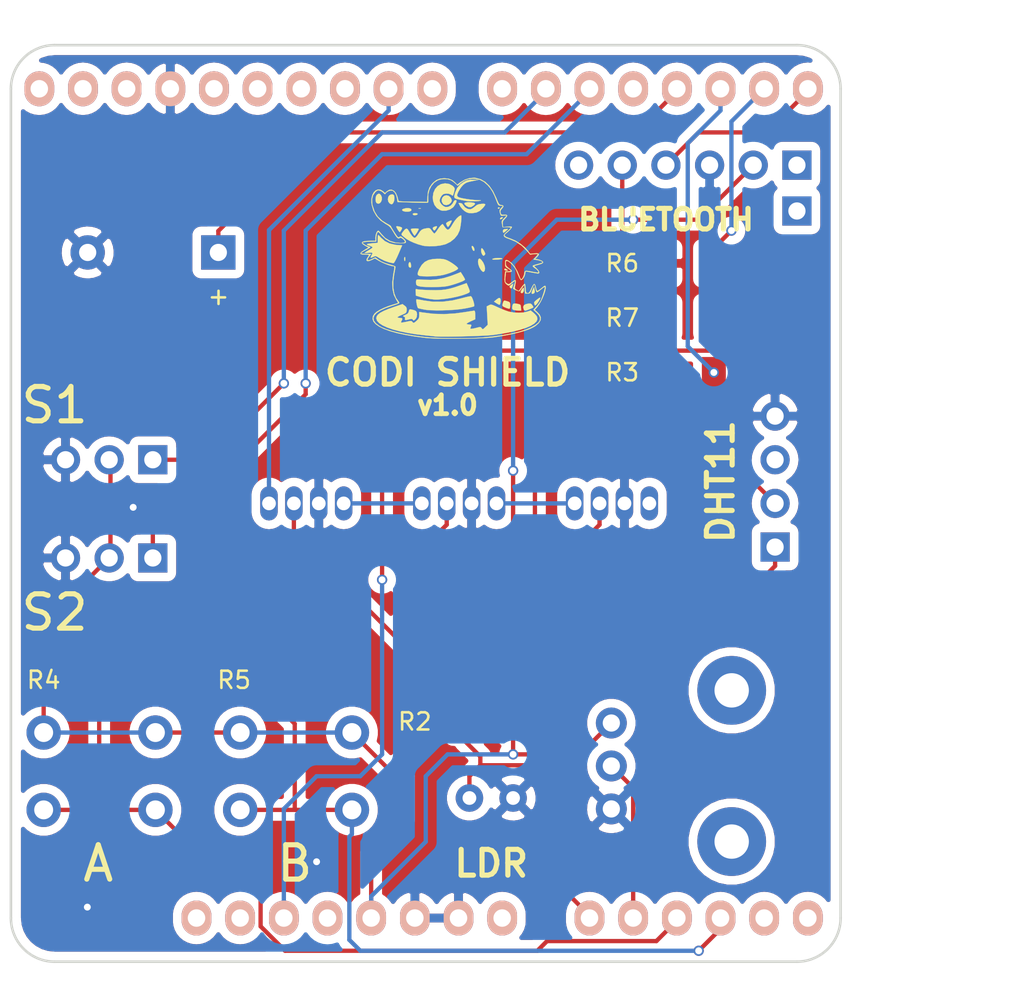
<source format=kicad_pcb>
(kicad_pcb (version 20171130) (host pcbnew 5.1.4-e60b266~84~ubuntu18.04.1)
  (title_block (date "lun. 30 mars 2015"))
  (layers (0 F.Cu signal) (31 B.Cu signal) (34 B.Paste user) (35 F.Paste user) (36 B.SilkS user) (37 F.SilkS user) (38 B.Mask user) (39 F.Mask user) (44 Edge.Cuts user))
  (net 0 "")
  (net 1 /Reset)
  (net 2 +5V)
  (net 3 GND)
  (net 4 /A0)
  (net 5 /A1)
  (net 6 /A2)
  (net 7 /A3)
  (net 8 "/A4(SDA)")
  (net 9 "/A5(SCL)")
  (net 10 "/9(**)")
  (net 11 "/6(**)")
  (net 12 "/5(**)")
  (net 13 "/3(**)")
  (net 14 /2)
  (net 15 "/1(Tx)")
  (net 16 "/0(Rx)")
  (net 17 "Net-(J4-Pad5)")
  (net 18 "Net-(LED1-Pad4)")
  (net 19 "Net-(LED2-Pad4)")
  (module Codi-Arduino-Shield:cody-arduino (layer F.Cu) (at 144.018 100.33)
    (fp_text reference Ref** hide)
    (fp_text value Val** hide)
  )
  (module Buzzer_Beeper:Buzzer_12x9.5RM7.6 (layer F.Cu) (at 124.968 85.09 180)
    (fp_text reference BZ1 hide)
    (fp_text value Buzzer)
    (fp_text user + (at -0.01 -2.54) (layer F.SilkS))
    (pad 1 thru_hole rect (at 0 0 180) (size 2 2) (drill 1) (layers *.Cu *.Mask) (net 13 "/3(**)"))
    (pad 2 thru_hole circle (at 7.6 0 180) (size 2 2) (drill 1) (layers *.Cu *.Mask) (net 3 GND))
  )
  (module Socket_Arduino_Uno:PL9823 (layer F.Cu) (at 130.048 99.695)
    (fp_text reference LED1)
    (fp_text value PL9823)
    (pad 4 thru_hole oval (at 2.2098 0) (size 1.016 1.9812) (drill 0.8) (layers *.Cu *.Mask) (net 18 "Net-(LED1-Pad4)"))
    (pad 3 thru_hole oval (at 0.762 0) (size 1.016 1.9812) (drill 0.8) (layers *.Cu *.Mask) (net 3 GND))
    (pad 2 thru_hole oval (at -0.6858 0) (size 1.016 1.9812) (drill 0.8) (layers *.Cu *.Mask) (net 2 +5V))
    (pad 1 thru_hole oval (at -2.1336 0) (size 1.016 1.9812) (drill 0.8) (layers *.Cu *.Mask) (net 10 "/9(**)"))
  )
  (module Socket_Arduino_Uno:PL9823 (layer F.Cu) (at 138.938 99.695)
    (fp_text reference LED2)
    (fp_text value PL9823)
    (pad 1 thru_hole oval (at -2.1336 0) (size 1.016 1.9812) (drill 0.8) (layers *.Cu *.Mask) (net 18 "Net-(LED1-Pad4)"))
    (pad 2 thru_hole oval (at -0.6858 0) (size 1.016 1.9812) (drill 0.8) (layers *.Cu *.Mask) (net 2 +5V))
    (pad 3 thru_hole oval (at 0.762 0) (size 1.016 1.9812) (drill 0.8) (layers *.Cu *.Mask) (net 3 GND))
    (pad 4 thru_hole oval (at 2.2098 0) (size 1.016 1.9812) (drill 0.8) (layers *.Cu *.Mask) (net 19 "Net-(LED2-Pad4)"))
  )
  (module Socket_Arduino_Uno:PL9823 (layer F.Cu) (at 147.828 99.695)
    (fp_text reference LED3)
    (fp_text value PL9823)
    (pad 1 thru_hole oval (at -2.1336 0) (size 1.016 1.9812) (drill 0.8) (layers *.Cu *.Mask) (net 19 "Net-(LED2-Pad4)"))
    (pad 2 thru_hole oval (at -0.6858 0) (size 1.016 1.9812) (drill 0.8) (layers *.Cu *.Mask) (net 2 +5V))
    (pad 3 thru_hole oval (at 0.762 0) (size 1.016 1.9812) (drill 0.8) (layers *.Cu *.Mask) (net 3 GND))
    (pad 4 thru_hole oval (at 2.2098 0) (size 1.016 1.9812) (drill 0.8) (layers *.Cu *.Mask))
  )
  (module Resistor_SMD:R_1206_3216Metric_Pad1.39x1.80mm_HandSolder (layer F.Cu) (at 152.273 92.075 180)
    (fp_text reference R3 (at 3.81 0 180) (layer F.SilkS))
    (fp_text value 10k)
    (pad 1 smd rect (at -1.5175 0 180) (size 1.395 1.8) (layers F.Cu F.Paste F.Mask) (net 14 /2))
    (pad 2 smd rect (at 1.5175 0 180) (size 1.395 1.8) (layers F.Cu F.Paste F.Mask) (net 2 +5V))
  )
  (module Resistor_SMD:R_1206_3216Metric_Pad1.39x1.80mm_HandSolder (layer F.Cu) (at 152.273 88.9 180)
    (fp_text reference R7 (at 3.81 0 180) (layer F.SilkS))
    (fp_text value 1k)
    (pad 2 smd rect (at 1.5175 0 180) (size 1.395 1.8) (layers F.Cu F.Paste F.Mask) (net 17 "Net-(J4-Pad5)"))
    (pad 1 smd rect (at -1.5175 0 180) (size 1.395 1.8) (layers F.Cu F.Paste F.Mask) (net 15 "/1(Tx)"))
  )
  (module Resistor_SMD:R_1206_3216Metric_Pad1.39x1.80mm_HandSolder (layer F.Cu) (at 152.273 85.725 180)
    (fp_text reference R6 (at 3.81 0 180) (layer F.SilkS))
    (fp_text value 2k)
    (pad 1 smd rect (at -1.5175 0 180) (size 1.395 1.8) (layers F.Cu F.Paste F.Mask) (net 15 "/1(Tx)"))
    (pad 2 smd rect (at 1.5175 0 180) (size 1.395 1.8) (layers F.Cu F.Paste F.Mask) (net 3 GND))
  )
  (module Connector_PinHeader_2.54mm:PinHeader_1x04_P2.54mm_Vertical (layer F.Cu) (at 157.353 102.235 180)
    (fp_text reference J1)
    (fp_text value CONN_01X04)
    (pad 1 thru_hole rect (at 0 0 180) (size 1.7 1.7) (drill 1) (layers *.Cu *.Mask) (net 2 +5V))
    (pad 2 thru_hole oval (at 0 2.54 180) (size 1.7 1.7) (drill 1) (layers *.Cu *.Mask) (net 14 /2))
    (pad 3 thru_hole oval (at 0 5.08 180) (size 1.7 1.7) (drill 1) (layers *.Cu *.Mask))
    (pad 4 thru_hole oval (at 0 7.62 180) (size 1.7 1.7) (drill 1) (layers *.Cu *.Mask) (net 3 GND))
  )
  (module Potentiometer_THT:Potentiometer_Bourns_PTV09A-1_Single_Vertical (layer F.Cu) (at 147.828 117.475)
    (fp_text reference RV1)
    (fp_text value POT)
    (pad 3 thru_hole circle (at 0 -5) (size 1.8 1.8) (drill 1) (layers *.Cu *.Mask) (net 2 +5V))
    (pad 2 thru_hole circle (at 0 -2.5) (size 1.8 1.8) (drill 1) (layers *.Cu *.Mask) (net 5 /A1))
    (pad 1 thru_hole circle (at 0 0) (size 1.8 1.8) (drill 1) (layers *.Cu *.Mask) (net 3 GND))
    (pad "" np_thru_hole circle (at 7 -6.9) (size 4 4) (drill 2) (layers *.Cu *.Mask))
    (pad "" np_thru_hole circle (at 7 1.9) (size 4 4) (drill 2) (layers *.Cu *.Mask))
  )
  (module Resistor_SMD:R_1206_3216Metric_Pad1.39x1.80mm_HandSolder (layer F.Cu) (at 140.843 112.395 180)
    (fp_text reference R2 (at 4.445 0 180) (layer F.SilkS))
    (fp_text value 10k)
    (pad 2 smd rect (at 1.5175 0 180) (size 1.395 1.8) (layers F.Cu F.Paste F.Mask) (net 4 /A0))
    (pad 1 smd rect (at -1.5175 0 180) (size 1.395 1.8) (layers F.Cu F.Paste F.Mask) (net 2 +5V))
  )
  (module OptoDevice:R_LDR_4.9x4.2mm_P2.54mm_Vertical (layer F.Cu) (at 139.573 116.84)
    (fp_text reference LDR (at 1.27 3.81) (layer F.SilkS) (effects (font (size 1.5 1.5) (thickness 0.3))))
    (fp_text value RES_PHOTO_LDR)
    (pad 1 thru_hole circle (at 0 0) (size 1.6 1.6) (drill 0.8) (layers *.Cu *.Mask) (net 4 /A0))
    (pad 2 thru_hole circle (at 2.54 0) (size 1.6 1.6) (drill 0.8) (layers *.Cu *.Mask) (net 3 GND))
  )
  (module Resistor_SMD:R_1206_3216Metric_Pad1.39x1.80mm_HandSolder (layer F.Cu) (at 129.413 109.855 180)
    (fp_text reference R5 (at 3.528333 -0.120001 180) (layer F.SilkS))
    (fp_text value 330)
    (pad 1 smd rect (at -1.5175 0 180) (size 1.395 1.8) (layers F.Cu F.Paste F.Mask) (net 3 GND))
    (pad 2 smd rect (at 1.5175 0 180) (size 1.395 1.8) (layers F.Cu F.Paste F.Mask) (net 7 /A3))
  )
  (module Button_Switch_THT:SW_PUSH_6mm (layer F.Cu) (at 126.238 113.03)
    (fp_text reference SW2)
    (fp_text value SW_Push)
    (pad 2 thru_hole circle (at 0 4.5 90) (size 2 2) (drill 1.1) (layers *.Cu *.Mask) (net 7 /A3))
    (pad 1 thru_hole circle (at 0 0 90) (size 2 2) (drill 1.1) (layers *.Cu *.Mask) (net 2 +5V))
    (pad 2 thru_hole circle (at 6.5 4.5 90) (size 2 2) (drill 1.1) (layers *.Cu *.Mask) (net 7 /A3))
    (pad 1 thru_hole circle (at 6.5 0 90) (size 2 2) (drill 1.1) (layers *.Cu *.Mask) (net 2 +5V))
  )
  (module Button_Switch_THT:SW_PUSH_6mm (layer F.Cu) (at 114.808 113.03)
    (fp_text reference SW1)
    (fp_text value SW_Push)
    (pad 1 thru_hole circle (at 6.5 0 90) (size 2 2) (drill 1.1) (layers *.Cu *.Mask) (net 2 +5V))
    (pad 2 thru_hole circle (at 6.5 4.5 90) (size 2 2) (drill 1.1) (layers *.Cu *.Mask) (net 6 /A2))
    (pad 1 thru_hole circle (at 0 0 90) (size 2 2) (drill 1.1) (layers *.Cu *.Mask) (net 2 +5V))
    (pad 2 thru_hole circle (at 0 4.5 90) (size 2 2) (drill 1.1) (layers *.Cu *.Mask) (net 6 /A2))
  )
  (module Resistor_SMD:R_1206_3216Metric_Pad1.39x1.80mm_HandSolder (layer F.Cu) (at 118.521335 109.855 180)
    (fp_text reference R4 (at 3.713335 -0.120001 180) (layer F.SilkS))
    (fp_text value 330)
    (pad 2 smd rect (at 1.5175 0 180) (size 1.395 1.8) (layers F.Cu F.Paste F.Mask) (net 6 /A2))
    (pad 1 smd rect (at -1.5175 0 180) (size 1.395 1.8) (layers F.Cu F.Paste F.Mask) (net 3 GND))
  )
  (module Connector_PinHeader_2.54mm:PinHeader_1x03_P2.54mm_Vertical (layer F.Cu) (at 121.158 102.87 270)
    (fp_text reference J2)
    (fp_text value CONN_01X03)
    (pad 1 thru_hole rect (at 0 0 270) (size 1.7 1.7) (drill 1) (layers *.Cu *.Mask) (net 12 "/5(**)"))
    (pad 2 thru_hole oval (at 0 2.54 270) (size 1.7 1.7) (drill 1) (layers *.Cu *.Mask) (net 2 +5V))
    (pad 3 thru_hole oval (at 0 5.08 270) (size 1.7 1.7) (drill 1) (layers *.Cu *.Mask) (net 3 GND))
  )
  (module Connector_PinHeader_2.54mm:PinHeader_1x03_P2.54mm_Vertical (layer F.Cu) (at 121.158 97.155 270)
    (fp_text reference J3)
    (fp_text value CONN_01X03)
    (pad 3 thru_hole oval (at 0 5.08 270) (size 1.7 1.7) (drill 1) (layers *.Cu *.Mask) (net 3 GND))
    (pad 2 thru_hole oval (at 0 2.54 270) (size 1.7 1.7) (drill 1) (layers *.Cu *.Mask) (net 2 +5V))
    (pad 1 thru_hole rect (at 0 0 270) (size 1.7 1.7) (drill 1) (layers *.Cu *.Mask) (net 11 "/6(**)"))
  )
  (module Connector_PinHeader_2.54mm:PinHeader_1x01_P2.54mm_Vertical (layer F.Cu) (at 158.623 82.677)
    (fp_text reference J5)
    (fp_text value CONN_01X01)
    (pad 1 thru_hole rect (at 0 0) (size 1.7 1.7) (drill 1) (layers *.Cu *.Mask) (net 1 /Reset))
  )
  (module Connector_PinHeader_2.54mm:PinHeader_1x06_P2.54mm_Vertical (layer F.Cu) (at 158.623 80.01 270)
    (fp_text reference J4)
    (fp_text value CONN_01X06)
    (pad 1 thru_hole rect (at 0 0 270) (size 1.7 1.7) (drill 1) (layers *.Cu *.Mask))
    (pad 2 thru_hole oval (at 0 2.54 270) (size 1.7 1.7) (drill 1) (layers *.Cu *.Mask) (net 2 +5V))
    (pad 3 thru_hole oval (at 0 5.08 270) (size 1.7 1.7) (drill 1) (layers *.Cu *.Mask) (net 3 GND))
    (pad 4 thru_hole oval (at 0 7.62 270) (size 1.7 1.7) (drill 1) (layers *.Cu *.Mask) (net 16 "/0(Rx)"))
    (pad 5 thru_hole oval (at 0 10.16 270) (size 1.7 1.7) (drill 1) (layers *.Cu *.Mask) (net 17 "Net-(J4-Pad5)"))
    (pad 6 thru_hole oval (at 0 12.7 270) (size 1.7 1.7) (drill 1) (layers *.Cu *.Mask))
  )
  (module Socket_Arduino_Uno:Socket_Strip_Arduino_1x06 (layer B.Cu) (at 146.558 123.825)
    (fp_text reference P2)
    (fp_text value Analog)
    (pad 1 thru_hole oval (at 0 0) (size 1.7272 2.032) (drill 1.016) (layers *.Cu *.Mask B.SilkS) (net 4 /A0))
    (pad 2 thru_hole oval (at 2.54 0) (size 1.7272 2.032) (drill 1.016) (layers *.Cu *.Mask B.SilkS) (net 5 /A1))
    (pad 3 thru_hole oval (at 5.08 0) (size 1.7272 2.032) (drill 1.016) (layers *.Cu *.Mask B.SilkS) (net 6 /A2))
    (pad 4 thru_hole oval (at 7.62 0) (size 1.7272 2.032) (drill 1.016) (layers *.Cu *.Mask B.SilkS) (net 7 /A3))
    (pad 5 thru_hole oval (at 10.16 0) (size 1.7272 2.032) (drill 1.016) (layers *.Cu *.Mask B.SilkS) (net 8 "/A4(SDA)"))
    (pad 6 thru_hole oval (at 12.7 0) (size 1.7272 2.032) (drill 1.016) (layers *.Cu *.Mask B.SilkS) (net 9 "/A5(SCL)"))
  )
  (module Socket_Arduino_Uno:Socket_Strip_Arduino_1x08 (layer B.Cu) (at 123.698 123.825)
    (fp_text reference P1)
    (fp_text value Power)
    (pad 1 thru_hole oval (at 0 0) (size 1.7272 2.032) (drill 1.016) (layers *.Cu *.Mask B.SilkS))
    (pad 2 thru_hole oval (at 2.54 0) (size 1.7272 2.032) (drill 1.016) (layers *.Cu *.Mask B.SilkS))
    (pad 3 thru_hole oval (at 5.08 0) (size 1.7272 2.032) (drill 1.016) (layers *.Cu *.Mask B.SilkS) (net 1 /Reset))
    (pad 4 thru_hole oval (at 7.62 0) (size 1.7272 2.032) (drill 1.016) (layers *.Cu *.Mask B.SilkS))
    (pad 5 thru_hole oval (at 10.16 0) (size 1.7272 2.032) (drill 1.016) (layers *.Cu *.Mask B.SilkS) (net 2 +5V))
    (pad 6 thru_hole oval (at 12.7 0) (size 1.7272 2.032) (drill 1.016) (layers *.Cu *.Mask B.SilkS) (net 3 GND))
    (pad 7 thru_hole oval (at 15.24 0) (size 1.7272 2.032) (drill 1.016) (layers *.Cu *.Mask B.SilkS) (net 3 GND))
    (pad 8 thru_hole oval (at 17.78 0) (size 1.7272 2.032) (drill 1.016) (layers *.Cu *.Mask B.SilkS))
  )
  (module Socket_Arduino_Uno:Socket_Strip_Arduino_1x10 (layer B.Cu) (at 114.554 75.565)
    (fp_text reference P3)
    (fp_text value Digital)
    (pad 1 thru_hole oval (at 0 0) (size 1.7272 2.032) (drill 1.016) (layers *.Cu *.Mask B.SilkS) (net 9 "/A5(SCL)"))
    (pad 2 thru_hole oval (at 2.54 0) (size 1.7272 2.032) (drill 1.016) (layers *.Cu *.Mask B.SilkS) (net 8 "/A4(SDA)"))
    (pad 3 thru_hole oval (at 5.08 0) (size 1.7272 2.032) (drill 1.016) (layers *.Cu *.Mask B.SilkS))
    (pad 4 thru_hole oval (at 7.62 0) (size 1.7272 2.032) (drill 1.016) (layers *.Cu *.Mask B.SilkS) (net 3 GND))
    (pad 5 thru_hole oval (at 10.16 0) (size 1.7272 2.032) (drill 1.016) (layers *.Cu *.Mask B.SilkS))
    (pad 6 thru_hole oval (at 12.7 0) (size 1.7272 2.032) (drill 1.016) (layers *.Cu *.Mask B.SilkS))
    (pad 7 thru_hole oval (at 15.24 0) (size 1.7272 2.032) (drill 1.016) (layers *.Cu *.Mask B.SilkS))
    (pad 8 thru_hole oval (at 17.78 0) (size 1.7272 2.032) (drill 1.016) (layers *.Cu *.Mask B.SilkS))
    (pad 9 thru_hole oval (at 20.32 0) (size 1.7272 2.032) (drill 1.016) (layers *.Cu *.Mask B.SilkS) (net 10 "/9(**)"))
    (pad 10 thru_hole oval (at 22.86 0) (size 1.7272 2.032) (drill 1.016) (layers *.Cu *.Mask B.SilkS))
  )
  (module Socket_Arduino_Uno:Socket_Strip_Arduino_1x08 (layer B.Cu) (at 141.478 75.565)
    (fp_text reference P4)
    (fp_text value Digital)
    (pad 1 thru_hole oval (at 0 0) (size 1.7272 2.032) (drill 1.016) (layers *.Cu *.Mask B.SilkS))
    (pad 2 thru_hole oval (at 2.54 0) (size 1.7272 2.032) (drill 1.016) (layers *.Cu *.Mask B.SilkS) (net 11 "/6(**)"))
    (pad 3 thru_hole oval (at 5.08 0) (size 1.7272 2.032) (drill 1.016) (layers *.Cu *.Mask B.SilkS) (net 12 "/5(**)"))
    (pad 4 thru_hole oval (at 7.62 0) (size 1.7272 2.032) (drill 1.016) (layers *.Cu *.Mask B.SilkS))
    (pad 5 thru_hole oval (at 10.16 0) (size 1.7272 2.032) (drill 1.016) (layers *.Cu *.Mask B.SilkS) (net 13 "/3(**)"))
    (pad 6 thru_hole oval (at 12.7 0) (size 1.7272 2.032) (drill 1.016) (layers *.Cu *.Mask B.SilkS) (net 14 /2))
    (pad 7 thru_hole oval (at 15.24 0) (size 1.7272 2.032) (drill 1.016) (layers *.Cu *.Mask B.SilkS) (net 15 "/1(Tx)"))
    (pad 8 thru_hole oval (at 17.78 0) (size 1.7272 2.032) (drill 1.016) (layers *.Cu *.Mask B.SilkS) (net 16 "/0(Rx)"))
  )
  (gr_text "CODI SHIELD" (at 138.303 92.075) (layer F.SilkS) (effects (font (size 1.5 1.5) (thickness 0.3))))
  (gr_text v1.0 (at 138.303 93.98) (layer F.SilkS) (effects (font (size 1.1 1.1) (thickness 0.275))))
  (gr_text BLUETOOTH (at 151.003 83.185) (layer F.SilkS) (effects (font (size 1.2 1.2) (thickness 0.3))))
  (gr_text DHT11 (at 154.178 98.425 90) (layer F.SilkS) (effects (font (size 1.5 1.5) (thickness 0.3))))
  (gr_text S2 (at 115.443 106.045) (layer F.SilkS) (effects (font (size 2 2) (thickness 0.3))))
  (gr_text S1 (at 115.443 93.98) (layer F.SilkS) (effects (font (size 2 2) (thickness 0.3))))
  (gr_text B (at 129.413 120.65) (layer F.SilkS) (effects (font (size 2 2) (thickness 0.3))))
  (gr_text A (at 117.983 120.65) (layer F.SilkS) (effects (font (size 2 2) (thickness 0.3))))
  (gr_arc (start 158.623 75.565) (end 161.163 75.565) (angle -90) (layer Edge.Cuts) (width 0.15))
  (gr_arc (start 158.623 123.825) (end 158.623 126.365) (angle -90) (layer Edge.Cuts) (width 0.15))
  (gr_arc (start 115.443 123.825) (end 112.903 123.825) (angle -90) (layer Edge.Cuts) (width 0.15))
  (gr_arc (start 115.443 75.565) (end 115.443 73.025) (angle -90) (layer Edge.Cuts) (width 0.15))
  (gr_line (start 161.163 123.825) (end 161.163 75.565) (angle 90) (layer Edge.Cuts) (width 0.15))
  (gr_line (start 115.443 126.365) (end 158.623 126.365) (angle 90) (layer Edge.Cuts) (width 0.15))
  (gr_line (start 112.903 75.565) (end 112.903 123.825) (angle 90) (layer Edge.Cuts) (width 0.15))
  (gr_line (start 158.623 73.025) (end 115.443 73.025) (angle 90) (layer Edge.Cuts) (width 0.15))
  (segment (start 156.083 86.2916) (end 156.083 89.535) (width 0.25) (layer F.Cu) (net 1))
  (segment (start 156.083 89.535) (end 154.813 90.805) (width 0.25) (layer F.Cu) (net 1))
  (segment (start 154.813 90.805) (end 138.938 90.805) (width 0.25) (layer F.Cu) (net 1))
  (via (at 134.493 104.14) (size 0.6) (drill 0.4) (layers F.Cu B.Cu) (net 1))
  (segment (start 138.938 90.805) (end 134.493 95.25) (width 0.25) (layer F.Cu) (net 1))
  (segment (start 134.493 95.25) (end 134.493 104.14) (width 0.25) (layer F.Cu) (net 1))
  (segment (start 134.493 104.14) (end 134.493 114.3) (width 0.25) (layer B.Cu) (net 1))
  (segment (start 134.493 114.3) (end 133.223 115.57) (width 0.25) (layer B.Cu) (net 1))
  (segment (start 133.223 115.57) (end 130.683 115.57) (width 0.25) (layer B.Cu) (net 1))
  (segment (start 128.778 117.475) (end 128.778 123.825) (width 0.25) (layer B.Cu) (net 1))
  (segment (start 130.683 115.57) (end 128.778 117.475) (width 0.25) (layer B.Cu) (net 1))
  (segment (start 133.858 123.825) (end 133.858 120.015) (width 0.25) (layer F.Cu) (net 2))
  (segment (start 133.858 120.015) (end 135.763 118.11) (width 0.25) (layer F.Cu) (net 2))
  (segment (start 135.763 118.11) (end 135.763 115.57) (width 0.25) (layer F.Cu) (net 2))
  (segment (start 135.278 115.57) (end 132.738 113.03) (width 0.25) (layer F.Cu) (net 2))
  (segment (start 135.763 115.57) (end 135.278 115.57) (width 0.25) (layer F.Cu) (net 2))
  (segment (start 126.238 113.03) (end 121.308 113.03) (width 0.25) (layer F.Cu) (net 2))
  (segment (start 114.808 113.03) (end 114.808 107.95) (width 0.25) (layer F.Cu) (net 2))
  (segment (start 114.808 107.95) (end 117.348 105.41) (width 0.25) (layer F.Cu) (net 2))
  (segment (start 117.348 104.14) (end 118.618 102.87) (width 0.25) (layer F.Cu) (net 2))
  (segment (start 117.348 105.41) (end 117.348 104.14) (width 0.25) (layer F.Cu) (net 2))
  (segment (start 135.763 115.57) (end 135.763 107.95) (width 0.25) (layer F.Cu) (net 2))
  (segment (start 129.3622 101.5492) (end 129.3622 99.695) (width 0.25) (layer F.Cu) (net 2))
  (segment (start 135.763 107.95) (end 129.3622 101.5492) (width 0.25) (layer F.Cu) (net 2))
  (segment (start 138.2522 100.9356) (end 135.763 103.4248) (width 0.25) (layer F.Cu) (net 2))
  (segment (start 138.2522 99.695) (end 138.2522 100.9356) (width 0.25) (layer F.Cu) (net 2))
  (segment (start 135.763 103.4248) (end 135.763 107.95) (width 0.25) (layer F.Cu) (net 2))
  (segment (start 147.1422 100.9356) (end 140.1278 107.95) (width 0.25) (layer F.Cu) (net 2))
  (segment (start 147.1422 99.695) (end 147.1422 100.9356) (width 0.25) (layer F.Cu) (net 2))
  (segment (start 140.1278 107.95) (end 135.763 107.95) (width 0.25) (layer F.Cu) (net 2))
  (segment (start 133.858 122.559) (end 137.033 119.384) (width 0.25) (layer B.Cu) (net 2))
  (segment (start 133.858 123.825) (end 133.858 122.559) (width 0.25) (layer B.Cu) (net 2))
  (segment (start 137.033 119.384) (end 137.033 115.57) (width 0.25) (layer B.Cu) (net 2))
  (segment (start 137.033 115.57) (end 138.303 114.3) (width 0.25) (layer B.Cu) (net 2))
  (via (at 142.113 114.3) (size 0.6) (drill 0.4) (layers F.Cu B.Cu) (net 2))
  (segment (start 138.303 114.3) (end 142.113 114.3) (width 0.25) (layer B.Cu) (net 2))
  (segment (start 142.113 112.6425) (end 142.3605 112.395) (width 0.25) (layer F.Cu) (net 2))
  (segment (start 142.113 114.3) (end 142.113 112.6425) (width 0.25) (layer F.Cu) (net 2))
  (segment (start 146.003 114.3) (end 147.828 112.475) (width 0.25) (layer F.Cu) (net 2))
  (segment (start 142.113 114.3) (end 146.003 114.3) (width 0.25) (layer F.Cu) (net 2))
  (segment (start 157.353 103.335) (end 152.738 107.95) (width 0.25) (layer F.Cu) (net 2))
  (segment (start 157.353 102.235) (end 157.353 103.335) (width 0.25) (layer F.Cu) (net 2))
  (segment (start 152.738 107.95) (end 140.1278 107.95) (width 0.25) (layer F.Cu) (net 2))
  (segment (start 132.738 113.03) (end 126.238 113.03) (width 0.25) (layer B.Cu) (net 2))
  (segment (start 121.308 113.03) (end 114.808 113.03) (width 0.25) (layer B.Cu) (net 2))
  (segment (start 135.763 107.95) (end 136.398 107.95) (width 0.25) (layer F.Cu) (net 2))
  (via (at 149.098 83.185) (size 0.6) (drill 0.4) (layers F.Cu B.Cu) (net 2))
  (segment (start 156.083 80.01) (end 152.908 83.185) (width 0.25) (layer F.Cu) (net 2))
  (segment (start 152.908 83.185) (end 149.098 83.185) (width 0.25) (layer F.Cu) (net 2))
  (segment (start 149.098 83.185) (end 144.653 83.185) (width 0.25) (layer B.Cu) (net 2))
  (segment (start 144.653 83.185) (end 142.113 85.725) (width 0.25) (layer B.Cu) (net 2))
  (via (at 142.113 97.79) (size 0.6) (drill 0.4) (layers F.Cu B.Cu) (net 2))
  (segment (start 142.113 85.725) (end 142.113 97.79) (width 0.25) (layer B.Cu) (net 2))
  (segment (start 147.193 92.075) (end 150.7555 92.075) (width 0.25) (layer F.Cu) (net 2))
  (segment (start 143.383 95.885) (end 147.193 92.075) (width 0.25) (layer F.Cu) (net 2))
  (segment (start 143.383 102.87) (end 143.383 95.885) (width 0.25) (layer F.Cu) (net 2))
  (segment (start 136.398 107.95) (end 138.303 107.95) (width 0.25) (layer F.Cu) (net 2))
  (segment (start 138.303 107.95) (end 143.383 102.87) (width 0.25) (layer F.Cu) (net 2))
  (segment (start 142.113 97.79) (end 142.113 102.235) (width 0.25) (layer F.Cu) (net 2))
  (segment (start 137.093454 107.254546) (end 136.398 107.95) (width 0.25) (layer F.Cu) (net 2))
  (segment (start 142.113 102.235) (end 137.093454 107.254546) (width 0.25) (layer F.Cu) (net 2))
  (segment (start 118.6942 97.2312) (end 118.618 97.155) (width 0.25) (layer F.Cu) (net 2))
  (segment (start 118.618 102.87) (end 118.6942 102.7938) (width 0.25) (layer F.Cu) (net 2))
  (segment (start 118.6942 102.7938) (end 118.6942 97.2312) (width 0.25) (layer F.Cu) (net 2))
  (via (at 117.348 123.19) (size 0.6) (drill 0.4) (layers F.Cu B.Cu) (net 3))
  (via (at 130.683 120.5484) (size 0.6) (drill 0.4) (layers F.Cu B.Cu) (net 3))
  (via (at 120.015 99.9236) (size 0.6) (drill 0.4) (layers F.Cu B.Cu) (net 3))
  (segment (start 139.573 115.57) (end 139.573 116.84) (width 0.25) (layer F.Cu) (net 4))
  (segment (start 146.558 123.825) (end 146.558 123.6726) (width 0.25) (layer F.Cu) (net 4))
  (segment (start 145.288 122.4026) (end 145.288 116.205) (width 0.25) (layer F.Cu) (net 4))
  (segment (start 144.018 114.935) (end 140.208 114.935) (width 0.25) (layer F.Cu) (net 4))
  (segment (start 145.288 116.205) (end 144.018 114.935) (width 0.25) (layer F.Cu) (net 4))
  (segment (start 146.558 123.6726) (end 145.288 122.4026) (width 0.25) (layer F.Cu) (net 4))
  (segment (start 140.208 114.935) (end 139.573 115.57) (width 0.25) (layer F.Cu) (net 4))
  (segment (start 140.208 114.4275) (end 140.208 114.935) (width 0.25) (layer F.Cu) (net 4))
  (segment (start 139.3255 113.545) (end 140.208 114.4275) (width 0.25) (layer F.Cu) (net 4))
  (segment (start 139.3255 112.395) (end 139.3255 113.545) (width 0.25) (layer F.Cu) (net 4))
  (segment (start 149.098 116.245) (end 149.098 123.825) (width 0.25) (layer F.Cu) (net 5))
  (segment (start 147.828 114.975) (end 149.098 116.245) (width 0.25) (layer F.Cu) (net 5))
  (segment (start 150.44939 125.16601) (end 144.08901 125.16601) (width 0.25) (layer F.Cu) (net 6))
  (segment (start 151.638 123.825) (end 151.638 123.9774) (width 0.25) (layer F.Cu) (net 6))
  (segment (start 151.638 123.9774) (end 150.44939 125.16601) (width 0.25) (layer F.Cu) (net 6))
  (segment (start 144.08901 125.16601) (end 143.52502 125.73) (width 0.25) (layer F.Cu) (net 6))
  (segment (start 127.42661 124.306958) (end 127.42661 122.47361) (width 0.25) (layer F.Cu) (net 6))
  (segment (start 143.52502 125.73) (end 128.849652 125.73) (width 0.25) (layer F.Cu) (net 6))
  (segment (start 128.849652 125.73) (end 127.42661 124.306958) (width 0.25) (layer F.Cu) (net 6))
  (segment (start 127.42661 122.47361) (end 124.968 120.015) (width 0.25) (layer F.Cu) (net 6))
  (segment (start 123.793 120.015) (end 121.308 117.53) (width 0.25) (layer F.Cu) (net 6))
  (segment (start 124.968 120.015) (end 123.793 120.015) (width 0.25) (layer F.Cu) (net 6))
  (segment (start 118.038 112.039165) (end 118.038 117.53) (width 0.25) (layer F.Cu) (net 6))
  (segment (start 117.003835 111.005) (end 118.038 112.039165) (width 0.25) (layer F.Cu) (net 6))
  (segment (start 121.308 117.53) (end 118.038 117.53) (width 0.25) (layer F.Cu) (net 6))
  (segment (start 117.003835 109.855) (end 117.003835 111.005) (width 0.25) (layer F.Cu) (net 6))
  (segment (start 118.038 117.53) (end 114.808 117.53) (width 0.25) (layer F.Cu) (net 6))
  (segment (start 127.8955 111.005) (end 129.413 112.5225) (width 0.25) (layer F.Cu) (net 7))
  (segment (start 127.8955 109.855) (end 127.8955 111.005) (width 0.25) (layer F.Cu) (net 7))
  (segment (start 129.413 117.475) (end 129.468 117.53) (width 0.25) (layer F.Cu) (net 7))
  (segment (start 129.413 112.5225) (end 129.413 117.475) (width 0.25) (layer F.Cu) (net 7))
  (segment (start 126.238 117.53) (end 129.468 117.53) (width 0.25) (layer F.Cu) (net 7))
  (segment (start 129.468 117.53) (end 132.738 117.53) (width 0.25) (layer F.Cu) (net 7))
  (via (at 152.908 125.73) (size 0.6) (drill 0.4) (layers F.Cu B.Cu) (net 7))
  (segment (start 154.178 123.825) (end 154.178 124.46) (width 0.25) (layer F.Cu) (net 7))
  (segment (start 154.178 124.46) (end 152.908 125.73) (width 0.25) (layer F.Cu) (net 7))
  (segment (start 152.908 125.73) (end 133.223 125.73) (width 0.25) (layer B.Cu) (net 7))
  (segment (start 133.223 125.73) (end 132.588 125.095) (width 0.25) (layer B.Cu) (net 7))
  (segment (start 132.738 118.944213) (end 132.738 117.53) (width 0.25) (layer B.Cu) (net 7))
  (segment (start 132.588 119.094213) (end 132.738 118.944213) (width 0.25) (layer B.Cu) (net 7))
  (segment (start 132.588 125.095) (end 132.588 119.094213) (width 0.25) (layer B.Cu) (net 7))
  (segment (start 127.9144 98.4544) (end 127.9144 99.695) (width 0.25) (layer B.Cu) (net 10))
  (segment (start 127.9144 83.7906) (end 127.9144 98.4544) (width 0.25) (layer B.Cu) (net 10))
  (segment (start 134.874 76.831) (end 127.9144 83.7906) (width 0.25) (layer B.Cu) (net 10))
  (segment (start 134.874 75.565) (end 134.874 76.831) (width 0.25) (layer B.Cu) (net 10))
  (via (at 128.778 92.71) (size 0.6) (drill 0.4) (layers F.Cu B.Cu) (net 11))
  (segment (start 124.333 97.155) (end 121.158 97.155) (width 0.25) (layer F.Cu) (net 11))
  (segment (start 128.778 92.71) (end 124.333 97.155) (width 0.25) (layer F.Cu) (net 11))
  (segment (start 128.778 83.82) (end 128.778 92.71) (width 0.25) (layer B.Cu) (net 11))
  (segment (start 134.493 78.105) (end 128.778 83.82) (width 0.25) (layer B.Cu) (net 11))
  (segment (start 141.6304 78.105) (end 134.493 78.105) (width 0.25) (layer B.Cu) (net 11))
  (segment (start 144.018 75.565) (end 144.018 75.7174) (width 0.25) (layer B.Cu) (net 11))
  (segment (start 144.018 75.7174) (end 141.6304 78.105) (width 0.25) (layer B.Cu) (net 11))
  (segment (start 146.558 75.7174) (end 142.9004 79.375) (width 0.25) (layer B.Cu) (net 12))
  (segment (start 146.558 75.565) (end 146.558 75.7174) (width 0.25) (layer B.Cu) (net 12))
  (segment (start 142.9004 79.375) (end 134.493 79.375) (width 0.25) (layer B.Cu) (net 12))
  (via (at 130.048 92.71) (size 0.6) (drill 0.4) (layers F.Cu B.Cu) (net 12))
  (segment (start 134.493 79.375) (end 130.048 83.82) (width 0.25) (layer B.Cu) (net 12))
  (segment (start 130.048 83.82) (end 130.048 92.71) (width 0.25) (layer B.Cu) (net 12))
  (segment (start 121.158 99.9744) (end 121.158 102.87) (width 0.25) (layer F.Cu) (net 12))
  (segment (start 122.7074 98.425) (end 121.158 99.9744) (width 0.25) (layer F.Cu) (net 12))
  (segment (start 124.968 98.425) (end 122.7074 98.425) (width 0.25) (layer F.Cu) (net 12))
  (segment (start 130.048 92.71) (end 130.048 93.345) (width 0.25) (layer F.Cu) (net 12))
  (segment (start 130.048 93.345) (end 124.968 98.425) (width 0.25) (layer F.Cu) (net 12))
  (segment (start 124.968 83.84) (end 130.703 78.105) (width 0.25) (layer F.Cu) (net 13))
  (segment (start 124.968 85.09) (end 124.968 83.84) (width 0.25) (layer F.Cu) (net 13))
  (segment (start 149.2504 78.105) (end 151.638 75.7174) (width 0.25) (layer F.Cu) (net 13))
  (segment (start 151.638 75.7174) (end 151.638 75.565) (width 0.25) (layer F.Cu) (net 13))
  (segment (start 130.703 78.105) (end 149.2504 78.105) (width 0.25) (layer F.Cu) (net 13))
  (segment (start 153.7905 96.1325) (end 153.7905 92.075) (width 0.25) (layer F.Cu) (net 14))
  (segment (start 157.353 99.695) (end 153.7905 96.1325) (width 0.25) (layer F.Cu) (net 14))
  (segment (start 154.178 76.831) (end 152.273 78.736) (width 0.25) (layer B.Cu) (net 14))
  (segment (start 154.178 75.565) (end 154.178 76.831) (width 0.25) (layer B.Cu) (net 14))
  (via (at 153.7905 92.075) (size 0.6) (drill 0.4) (layers F.Cu B.Cu) (net 14))
  (segment (start 152.273 78.736) (end 152.273 90.5575) (width 0.25) (layer B.Cu) (net 14))
  (segment (start 152.273 90.5575) (end 153.7905 92.075) (width 0.25) (layer B.Cu) (net 14))
  (segment (start 153.7905 87.75) (end 153.7905 85.725) (width 0.25) (layer F.Cu) (net 15))
  (segment (start 153.7905 88.9) (end 153.7905 87.75) (width 0.25) (layer F.Cu) (net 15))
  (via (at 154.813 83.82) (size 0.6) (drill 0.4) (layers F.Cu B.Cu) (net 15))
  (segment (start 153.7905 85.725) (end 153.7905 84.8425) (width 0.25) (layer F.Cu) (net 15))
  (segment (start 153.7905 84.8425) (end 154.813 83.82) (width 0.25) (layer F.Cu) (net 15))
  (segment (start 154.813 77.47) (end 156.718 75.565) (width 0.25) (layer B.Cu) (net 15))
  (segment (start 154.813 83.82) (end 154.813 77.47) (width 0.25) (layer B.Cu) (net 15))
  (segment (start 159.258 75.7174) (end 156.8704 78.105) (width 0.25) (layer F.Cu) (net 16))
  (segment (start 159.258 75.565) (end 159.258 75.7174) (width 0.25) (layer F.Cu) (net 16))
  (segment (start 152.908 78.105) (end 151.003 80.01) (width 0.25) (layer F.Cu) (net 16))
  (segment (start 156.8704 78.105) (end 152.908 78.105) (width 0.25) (layer F.Cu) (net 16))
  (segment (start 148.463 86.405) (end 148.463 81.212081) (width 0.25) (layer F.Cu) (net 17))
  (segment (start 148.463 81.212081) (end 148.463 80.01) (width 0.25) (layer F.Cu) (net 17))
  (segment (start 150.7555 88.6975) (end 148.463 86.405) (width 0.25) (layer F.Cu) (net 17))
  (segment (start 150.7555 88.9) (end 150.7555 88.6975) (width 0.25) (layer F.Cu) (net 17))
  (segment (start 132.2578 99.695) (end 136.8044 99.695) (width 0.25) (layer B.Cu) (net 18))
  (segment (start 141.1478 99.695) (end 145.6944 99.695) (width 0.25) (layer B.Cu) (net 19))
  (zone (net 3) (net_name GND) (layer F.Cu) (connect_pads (clearance 0.508)) (min_thickness 0.254) (fill yes (arc_segments 32) (thermal_gap 0.508) (thermal_bridge_width 0.508))
    (polygon (pts (xy 162.433 127) (xy 112.268 127) (xy 112.268 72.39) (xy 162.433 72.39)))
  )
  (zone (net 3) (net_name GND) (layer B.Cu) (connect_pads (clearance 0.508)) (min_thickness 0.254) (fill yes (arc_segments 32) (thermal_gap 0.508) (thermal_bridge_width 0.508))
    (polygon (pts (xy 162.433 127) (xy 162.433 72.39) (xy 112.268 72.39) (xy 112.268 127)))
  )
)
</source>
